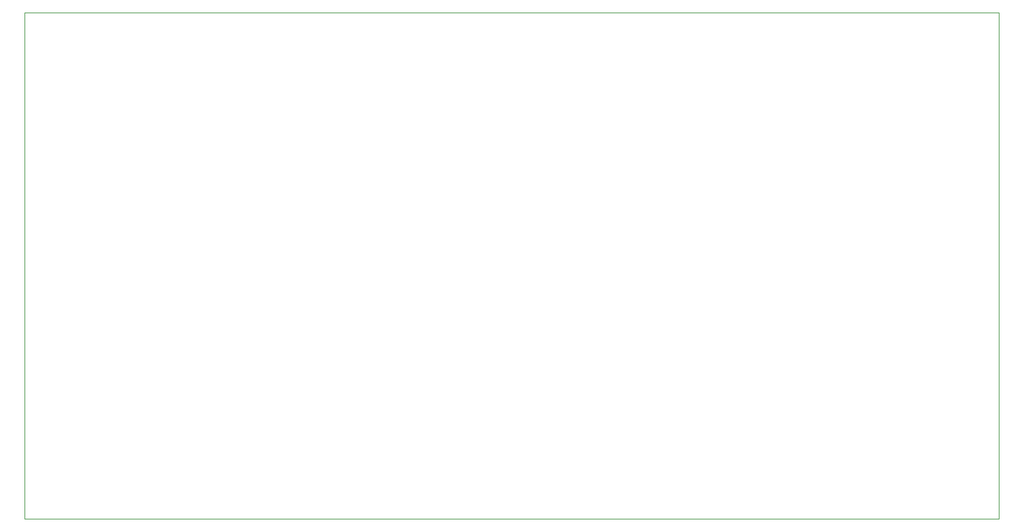
<source format=gbr>
G04 #@! TF.FileFunction,Profile,NP*
%FSLAX46Y46*%
G04 Gerber Fmt 4.6, Leading zero omitted, Abs format (unit mm)*
G04 Created by KiCad (PCBNEW (after 2015-mar-04 BZR unknown)-product) date Mon 31 Oct 2016 03:55:16 PM CET*
%MOMM*%
G01*
G04 APERTURE LIST*
%ADD10C,0.100000*%
G04 APERTURE END LIST*
D10*
X50165000Y-114935000D02*
X50165000Y-50165000D01*
X174625000Y-114935000D02*
X50165000Y-114935000D01*
X174625000Y-50165000D02*
X174625000Y-114935000D01*
X50165000Y-50165000D02*
X174625000Y-50165000D01*
M02*

</source>
